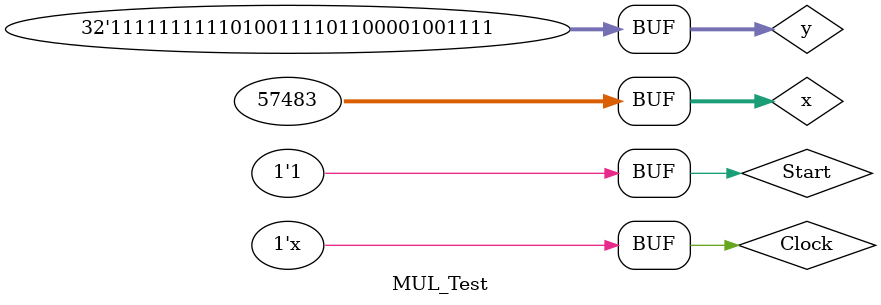
<source format=v>
`timescale 1ns / 1ps

/*
	32位补码乘法器
	为了使乘法器的逻辑更清晰，将其主要部件分为三个模块：
	ALU、65位的寄存器组、控制逻辑单元
	ALU只负责加减运算
	寄存器组只负责数据的读写和移位
	控制器只负责输出控制信号
*/

module SimpleALU(ALUout, x, regHi, ALUop);
	//简易的ALU，只有补码加和减两种指令
	output wire[31:0] ALUout;
	input[31:0] x, regHi;
	input ALUop;

	assign ALUout = ALUop ? (regHi + x) : (regHi - x);

endmodule


module Register_65(regOut, ALUout, y, Write, Shift, Load, Clock);
	//简易的寄存器组，有读（清零，载入低位）、写（写入高位）、算术右移三种操作
	//并设置在时钟上升沿工作
	output wire[64:0] regOut;
	input[31:0] y, ALUout;
	input Write, Shift, Load, Clock;

	reg[64:0] register;

	always @ (posedge Clock)
	begin
		if (Load)
		begin
			register = 0;
			register[32:1] = y;
		end
		if (Write) register[64:33] = ALUout;
		if (Shift) register = {register[64], register[64:1]};
	end

	assign regOut = register;

	initial register = 0;

endmodule


module Controller(Ready, ALUop, Write, Shift, Load, Start, regIn, Clock);
	//控制逻辑
	output reg Ready, ALUop, Write, Shift, Load;
	input[1:0] regIn;
	input Clock, Start;

	reg restart, onCalculation;
	reg[5:0] count;

	always @ (!Start) restart = 1;

	always @ (posedge Clock)
	begin
		if (onCalculation)	//计算中
		begin
			Shift = 1;
			Write = (regIn[1] != regIn[0]) && (!Load);
			case (regIn)
				2'b10: ALUop = 0;
				2'b01: ALUop = 1;
			endcase
			if (Load) Load = 0;
			count = count + 1;
			if (count == 6'd34)	//计数器为34是因为考虑了寄存器载入被乘数的周期
			begin
				onCalculation = 0;
				Shift = 0; Write = 0; Load = 0; Ready = 1;
			end
			if (Start && restart)	//Start为低电平持续至少一个周期才能重启
			begin
				count = 6'd0;
				Load = 1; Ready = 0; Write = 0; Shift = 0;
				restart = 0;
			end
		end
		else begin
			if (Start && restart)	//启动信号
			begin
				count = 6'd0;
				Ready = 0; Write = 0; Shift = 0; Load = 1;
				onCalculation = 1;
			end
			else begin
				Shift = 0; Load = 0; Write = 0;
			end
		end
	end

	initial
	begin
		restart = 1;
		onCalculation = 0;
		count = 6'd0;
		ALUop = 0;
		Load = 0; Write = 0; Shift = 0; Ready = 0;
	end

endmodule


module MUL(x, y, Start, Hi, Lo, Ready, Clock);
	//将上述三个模块组合成乘法器
	input[31:0] x, y;
	input Start, Clock;
	output wire[31:0] Hi, Lo;
	output wire Ready;

	wire ALUop, Write, Shift, Load;
	wire[64:0] regOut;
	wire[31:0] ALUout;

	SimpleALU ALU(ALUout, x, regOut[64:33], ALUop);
	Register_65 register(regOut, ALUout, y, Write, Shift, Load, Clock);
	Controller controller(Ready, ALUop, Write, Shift, Load, Start, regOut[1:0], Clock);

	assign Hi = regOut[64:33];
	assign Lo = regOut[32: 1];

endmodule


module MUL_Test;
	//测试模块
	reg[31:0] x, y;
	reg Start, Clock;
	wire[63:0] res;
	wire Ready;
	wire[31:0] Hi, Lo;

	MUL uut(x, y, Start, Hi, Lo, Ready, Clock);
	
	assign res = {Hi, Lo};

	always #10 Clock = ~Clock;

	initial
	begin
		Clock = 0;
		x = -32'd3; y = 32'd6;
		Start = 1;
		#20;
		#800
		Start = 0;
		x = 32'd1234; y = 32'd56;
		#20 Start = 1;
		#800 Start = 0;
		#60 Start = 1;
		#100 Start = 0;
		x = 32'd57483; y = -32'd2893745;
		#20 Start = 1;
	end

endmodule

</source>
